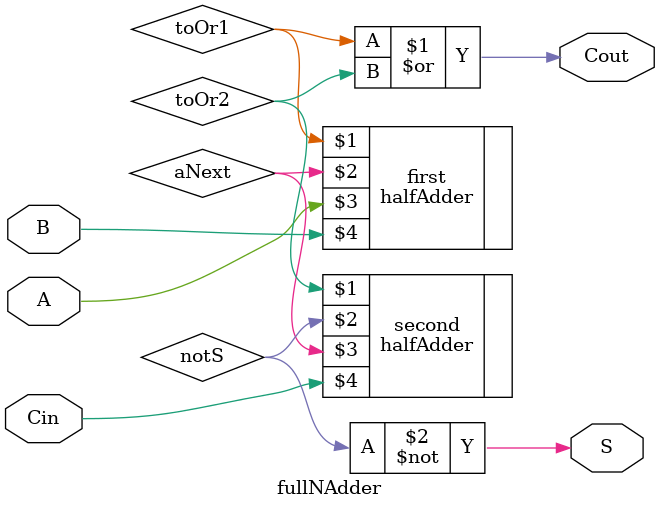
<source format=sv>
module fullNAdder(output logic Cout, S, input logic A, B , Cin);
  wire toOr1, toOr2, aNext, notS;
  halfAdder first(toOr1, aNext, A, B);
  halfAdder second(toOr2, notS, aNext, Cin);
  assign Cout = toOr1 | toOr2;
  assign S = ~notS;
endmodule

</source>
